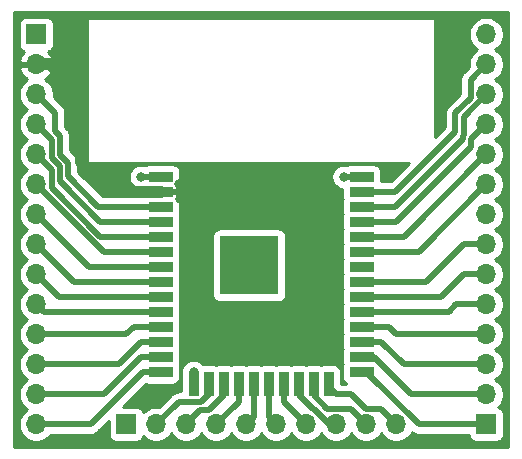
<source format=gbr>
G04 #@! TF.GenerationSoftware,KiCad,Pcbnew,5.1.5-52549c5~84~ubuntu18.04.1*
G04 #@! TF.CreationDate,2020-03-18T13:42:57+01:00*
G04 #@! TF.ProjectId,esp32_breakout,65737033-325f-4627-9265-616b6f75742e,rev?*
G04 #@! TF.SameCoordinates,Original*
G04 #@! TF.FileFunction,Copper,L1,Top*
G04 #@! TF.FilePolarity,Positive*
%FSLAX46Y46*%
G04 Gerber Fmt 4.6, Leading zero omitted, Abs format (unit mm)*
G04 Created by KiCad (PCBNEW 5.1.5-52549c5~84~ubuntu18.04.1) date 2020-03-18 13:42:57*
%MOMM*%
%LPD*%
G04 APERTURE LIST*
%ADD10O,1.700000X1.700000*%
%ADD11R,1.700000X1.700000*%
%ADD12R,2.000000X0.900000*%
%ADD13R,0.900000X2.000000*%
%ADD14R,5.000000X5.000000*%
%ADD15C,0.800000*%
%ADD16C,3.200000*%
%ADD17C,0.500000*%
%ADD18C,1.000000*%
%ADD19C,0.254000*%
G04 APERTURE END LIST*
D10*
X88900000Y-99060000D03*
X86360000Y-99060000D03*
X83820000Y-99060000D03*
X81280000Y-99060000D03*
X78740000Y-99060000D03*
X76200000Y-99060000D03*
X73660000Y-99060000D03*
X71120000Y-99060000D03*
X68580000Y-99060000D03*
D11*
X66040000Y-99060000D03*
D10*
X96520000Y-66040000D03*
X96520000Y-68580000D03*
X96520000Y-71120000D03*
X96520000Y-73660000D03*
X96520000Y-76200000D03*
X96520000Y-78740000D03*
X96520000Y-81280000D03*
X96520000Y-83820000D03*
X96520000Y-86360000D03*
X96520000Y-88900000D03*
X96520000Y-91440000D03*
X96520000Y-93980000D03*
X96520000Y-96520000D03*
D11*
X96520000Y-99060000D03*
D10*
X58420000Y-99060000D03*
X58420000Y-96520000D03*
X58420000Y-93980000D03*
X58420000Y-91440000D03*
X58420000Y-88900000D03*
X58420000Y-86360000D03*
X58420000Y-83820000D03*
X58420000Y-81280000D03*
X58420000Y-78740000D03*
X58420000Y-76200000D03*
X58420000Y-73660000D03*
X58420000Y-71120000D03*
X58420000Y-68580000D03*
D11*
X58420000Y-66040000D03*
D12*
X85970000Y-78105000D03*
X85970000Y-79375000D03*
X85970000Y-80645000D03*
X85970000Y-81915000D03*
X85970000Y-83185000D03*
X85970000Y-84455000D03*
X85970000Y-85725000D03*
X85970000Y-86995000D03*
X85970000Y-88265000D03*
X85970000Y-89535000D03*
X85970000Y-90805000D03*
X85970000Y-92075000D03*
X85970000Y-93345000D03*
X85970000Y-94615000D03*
D13*
X83185000Y-95615000D03*
X81915000Y-95615000D03*
X80645000Y-95615000D03*
X79375000Y-95615000D03*
X78105000Y-95615000D03*
X76835000Y-95615000D03*
X75565000Y-95615000D03*
X74295000Y-95615000D03*
X73025000Y-95615000D03*
X71755000Y-95615000D03*
D12*
X68970000Y-94615000D03*
X68970000Y-93345000D03*
X68970000Y-92075000D03*
X68970000Y-90805000D03*
X68970000Y-89535000D03*
X68970000Y-88265000D03*
X68970000Y-86995000D03*
X68970000Y-85725000D03*
X68970000Y-84455000D03*
X68970000Y-83185000D03*
X68970000Y-81915000D03*
X68970000Y-80645000D03*
X68970000Y-79375000D03*
X68970000Y-78105000D03*
D14*
X76470000Y-85605000D03*
D15*
X84455000Y-78105000D03*
X71755000Y-94615000D03*
X67310000Y-78105000D03*
D16*
X76454000Y-85598000D03*
D15*
X71120000Y-78105000D03*
X71120000Y-80645000D03*
X70485000Y-78740000D03*
X70570002Y-80010000D03*
D17*
X85970000Y-78105000D02*
X84455000Y-78105000D01*
X71755000Y-95615000D02*
X71755000Y-94615000D01*
X68970000Y-78105000D02*
X67310000Y-78105000D01*
X70485000Y-80010000D02*
X71120000Y-80645000D01*
X68970000Y-79375000D02*
X70485000Y-79375000D01*
X70485000Y-78740000D02*
X70485000Y-79375000D01*
X70485000Y-79375000D02*
X70485000Y-80010000D01*
D18*
X62230000Y-76835000D02*
X64770000Y-79375000D01*
X62230000Y-71187919D02*
X62230000Y-76835000D01*
X64770000Y-79375000D02*
X68970000Y-79375000D01*
X58420000Y-68580000D02*
X59622081Y-68580000D01*
X59622081Y-68580000D02*
X62230000Y-71187919D01*
D17*
X67470000Y-94615000D02*
X63025000Y-99060000D01*
X68970000Y-94615000D02*
X67470000Y-94615000D01*
X63025000Y-99060000D02*
X58420000Y-99060000D01*
X68970000Y-93345000D02*
X67310000Y-93345000D01*
X64135000Y-96520000D02*
X58420000Y-96520000D01*
X67310000Y-93345000D02*
X64135000Y-96520000D01*
X68970000Y-92075000D02*
X67310000Y-92075000D01*
X65405000Y-93980000D02*
X58420000Y-93980000D01*
X67310000Y-92075000D02*
X65405000Y-93980000D01*
X68970000Y-90805000D02*
X66675000Y-90805000D01*
X66040000Y-91440000D02*
X58420000Y-91440000D01*
X66675000Y-90805000D02*
X66040000Y-91440000D01*
X59055000Y-89535000D02*
X58420000Y-88900000D01*
X68970000Y-89535000D02*
X59055000Y-89535000D01*
X60325000Y-88265000D02*
X58420000Y-86360000D01*
X68970000Y-88265000D02*
X60325000Y-88265000D01*
X61595000Y-86995000D02*
X58420000Y-83820000D01*
X68970000Y-86995000D02*
X61595000Y-86995000D01*
X62865000Y-85725000D02*
X58420000Y-81280000D01*
X68970000Y-85725000D02*
X62865000Y-85725000D01*
X64135000Y-84455000D02*
X58420000Y-78740000D01*
X68970000Y-84455000D02*
X64135000Y-84455000D01*
X59720001Y-77500001D02*
X59269999Y-77049999D01*
X59720001Y-79050039D02*
X59720001Y-77500001D01*
X59269999Y-77049999D02*
X58420000Y-76200000D01*
X63854962Y-83185000D02*
X59720001Y-79050039D01*
X68970000Y-83185000D02*
X63854962Y-83185000D01*
X59720001Y-74960001D02*
X58420000Y-73660000D01*
X59720001Y-76510038D02*
X59720001Y-74960001D01*
X60420011Y-78480049D02*
X60420011Y-77210048D01*
X68970000Y-81915000D02*
X63854962Y-81915000D01*
X60420011Y-77210048D02*
X59720001Y-76510038D01*
X63854962Y-81915000D02*
X60420011Y-78480049D01*
X68970000Y-80645000D02*
X63697483Y-80645000D01*
X63697483Y-80645000D02*
X61120021Y-78067538D01*
X61120021Y-76920095D02*
X60420011Y-76220085D01*
X61120021Y-78067538D02*
X61120021Y-76920095D01*
X60420011Y-74670048D02*
X60009954Y-74259991D01*
X60420011Y-76220085D02*
X60420011Y-74670048D01*
X60009954Y-72709954D02*
X58420000Y-71120000D01*
X60009954Y-74259991D02*
X60009954Y-72709954D01*
X95219999Y-71430038D02*
X95219999Y-69880001D01*
X93914990Y-72735047D02*
X95219999Y-71430038D01*
X93914990Y-74285084D02*
X93914990Y-72735047D01*
X85970000Y-79375000D02*
X88825074Y-79375000D01*
X95219999Y-69880001D02*
X96520000Y-68580000D01*
X88825074Y-79375000D02*
X93914990Y-74285084D01*
X85970000Y-80645000D02*
X88834990Y-80645000D01*
X88834990Y-80645000D02*
X94549990Y-74930000D01*
X94549990Y-74640047D02*
X94615000Y-74575037D01*
X94549990Y-74930000D02*
X94549990Y-74640047D01*
X94615000Y-73025000D02*
X96520000Y-71120000D01*
X94615000Y-74575037D02*
X94615000Y-73025000D01*
X85970000Y-81915000D02*
X88900000Y-81915000D01*
X88900000Y-81915000D02*
X95250000Y-75565000D01*
X95250000Y-74930000D02*
X96520000Y-73660000D01*
X95250000Y-75565000D02*
X95250000Y-74930000D01*
X89535000Y-83185000D02*
X96520000Y-76200000D01*
X85970000Y-83185000D02*
X89535000Y-83185000D01*
X90805000Y-84455000D02*
X96520000Y-78740000D01*
X85970000Y-84455000D02*
X90805000Y-84455000D01*
X85970000Y-86995000D02*
X91440000Y-86995000D01*
X94615000Y-83820000D02*
X96520000Y-83820000D01*
X91440000Y-86995000D02*
X94615000Y-83820000D01*
X85970000Y-88265000D02*
X92710000Y-88265000D01*
X94615000Y-86360000D02*
X96520000Y-86360000D01*
X92710000Y-88265000D02*
X94615000Y-86360000D01*
X85970000Y-89535000D02*
X93345000Y-89535000D01*
X93980000Y-88900000D02*
X96520000Y-88900000D01*
X93345000Y-89535000D02*
X93980000Y-88900000D01*
X85970000Y-90805000D02*
X88265000Y-90805000D01*
X88900000Y-91440000D02*
X96520000Y-91440000D01*
X88265000Y-90805000D02*
X88900000Y-91440000D01*
X89535000Y-93980000D02*
X96520000Y-93980000D01*
X85970000Y-92075000D02*
X87630000Y-92075000D01*
X87630000Y-92075000D02*
X89535000Y-93980000D01*
X90170000Y-96520000D02*
X96520000Y-96520000D01*
X85970000Y-93345000D02*
X86995000Y-93345000D01*
X86995000Y-93345000D02*
X90170000Y-96520000D01*
X90805000Y-99060000D02*
X96520000Y-99060000D01*
X85970000Y-94615000D02*
X86360000Y-94615000D01*
X86360000Y-94615000D02*
X90805000Y-99060000D01*
X83185000Y-95615000D02*
X83185000Y-95885000D01*
X83185000Y-95885000D02*
X83820000Y-96520000D01*
X83820000Y-96520000D02*
X85090000Y-96520000D01*
X86329999Y-97759999D02*
X87599999Y-97759999D01*
X85090000Y-96520000D02*
X86329999Y-97759999D01*
X87599999Y-97759999D02*
X88900000Y-99060000D01*
X83069997Y-97759999D02*
X85059999Y-97759999D01*
X81915000Y-96605002D02*
X83069997Y-97759999D01*
X85510001Y-98210001D02*
X86360000Y-99060000D01*
X85059999Y-97759999D02*
X85510001Y-98210001D01*
X81915000Y-95615000D02*
X81915000Y-96605002D01*
X83185000Y-99060000D02*
X83820000Y-99060000D01*
X81915000Y-97790000D02*
X83185000Y-99060000D01*
X81829998Y-97790000D02*
X81915000Y-97790000D01*
X80645000Y-95615000D02*
X80645000Y-96605002D01*
X80645000Y-96605002D02*
X81829998Y-97790000D01*
X79375000Y-97155000D02*
X81280000Y-99060000D01*
X79375000Y-95615000D02*
X79375000Y-97155000D01*
X78105000Y-98425000D02*
X78105000Y-95615000D01*
X78740000Y-99060000D02*
X78105000Y-98425000D01*
X76835000Y-98425000D02*
X76835000Y-95615000D01*
X76200000Y-99060000D02*
X76835000Y-98425000D01*
X75565000Y-97155000D02*
X75565000Y-95615000D01*
X73660000Y-99060000D02*
X75565000Y-97155000D01*
X74295000Y-96605002D02*
X74295000Y-95615000D01*
X73044992Y-97855010D02*
X74295000Y-96605002D01*
X72324990Y-97855010D02*
X73044992Y-97855010D01*
X71120000Y-99060000D02*
X72324990Y-97855010D01*
X73025000Y-95615000D02*
X73025000Y-96520000D01*
X73025000Y-96520000D02*
X72390000Y-97155000D01*
X72390000Y-97155000D02*
X70485000Y-97155000D01*
X70485000Y-97155000D02*
X68580000Y-99060000D01*
D19*
G36*
X98400001Y-100940000D02*
G01*
X56540000Y-100940000D01*
X56540000Y-70973740D01*
X56935000Y-70973740D01*
X56935000Y-71266260D01*
X56992068Y-71553158D01*
X57104010Y-71823411D01*
X57266525Y-72066632D01*
X57473368Y-72273475D01*
X57647760Y-72390000D01*
X57473368Y-72506525D01*
X57266525Y-72713368D01*
X57104010Y-72956589D01*
X56992068Y-73226842D01*
X56935000Y-73513740D01*
X56935000Y-73806260D01*
X56992068Y-74093158D01*
X57104010Y-74363411D01*
X57266525Y-74606632D01*
X57473368Y-74813475D01*
X57647760Y-74930000D01*
X57473368Y-75046525D01*
X57266525Y-75253368D01*
X57104010Y-75496589D01*
X56992068Y-75766842D01*
X56935000Y-76053740D01*
X56935000Y-76346260D01*
X56992068Y-76633158D01*
X57104010Y-76903411D01*
X57266525Y-77146632D01*
X57473368Y-77353475D01*
X57647760Y-77470000D01*
X57473368Y-77586525D01*
X57266525Y-77793368D01*
X57104010Y-78036589D01*
X56992068Y-78306842D01*
X56935000Y-78593740D01*
X56935000Y-78886260D01*
X56992068Y-79173158D01*
X57104010Y-79443411D01*
X57266525Y-79686632D01*
X57473368Y-79893475D01*
X57647760Y-80010000D01*
X57473368Y-80126525D01*
X57266525Y-80333368D01*
X57104010Y-80576589D01*
X56992068Y-80846842D01*
X56935000Y-81133740D01*
X56935000Y-81426260D01*
X56992068Y-81713158D01*
X57104010Y-81983411D01*
X57266525Y-82226632D01*
X57473368Y-82433475D01*
X57647760Y-82550000D01*
X57473368Y-82666525D01*
X57266525Y-82873368D01*
X57104010Y-83116589D01*
X56992068Y-83386842D01*
X56935000Y-83673740D01*
X56935000Y-83966260D01*
X56992068Y-84253158D01*
X57104010Y-84523411D01*
X57266525Y-84766632D01*
X57473368Y-84973475D01*
X57647760Y-85090000D01*
X57473368Y-85206525D01*
X57266525Y-85413368D01*
X57104010Y-85656589D01*
X56992068Y-85926842D01*
X56935000Y-86213740D01*
X56935000Y-86506260D01*
X56992068Y-86793158D01*
X57104010Y-87063411D01*
X57266525Y-87306632D01*
X57473368Y-87513475D01*
X57647760Y-87630000D01*
X57473368Y-87746525D01*
X57266525Y-87953368D01*
X57104010Y-88196589D01*
X56992068Y-88466842D01*
X56935000Y-88753740D01*
X56935000Y-89046260D01*
X56992068Y-89333158D01*
X57104010Y-89603411D01*
X57266525Y-89846632D01*
X57473368Y-90053475D01*
X57647760Y-90170000D01*
X57473368Y-90286525D01*
X57266525Y-90493368D01*
X57104010Y-90736589D01*
X56992068Y-91006842D01*
X56935000Y-91293740D01*
X56935000Y-91586260D01*
X56992068Y-91873158D01*
X57104010Y-92143411D01*
X57266525Y-92386632D01*
X57473368Y-92593475D01*
X57647760Y-92710000D01*
X57473368Y-92826525D01*
X57266525Y-93033368D01*
X57104010Y-93276589D01*
X56992068Y-93546842D01*
X56935000Y-93833740D01*
X56935000Y-94126260D01*
X56992068Y-94413158D01*
X57104010Y-94683411D01*
X57266525Y-94926632D01*
X57473368Y-95133475D01*
X57647760Y-95250000D01*
X57473368Y-95366525D01*
X57266525Y-95573368D01*
X57104010Y-95816589D01*
X56992068Y-96086842D01*
X56935000Y-96373740D01*
X56935000Y-96666260D01*
X56992068Y-96953158D01*
X57104010Y-97223411D01*
X57266525Y-97466632D01*
X57473368Y-97673475D01*
X57647760Y-97790000D01*
X57473368Y-97906525D01*
X57266525Y-98113368D01*
X57104010Y-98356589D01*
X56992068Y-98626842D01*
X56935000Y-98913740D01*
X56935000Y-99206260D01*
X56992068Y-99493158D01*
X57104010Y-99763411D01*
X57266525Y-100006632D01*
X57473368Y-100213475D01*
X57716589Y-100375990D01*
X57986842Y-100487932D01*
X58273740Y-100545000D01*
X58566260Y-100545000D01*
X58853158Y-100487932D01*
X59123411Y-100375990D01*
X59366632Y-100213475D01*
X59573475Y-100006632D01*
X59614656Y-99945000D01*
X62981531Y-99945000D01*
X63025000Y-99949281D01*
X63068469Y-99945000D01*
X63068477Y-99945000D01*
X63198490Y-99932195D01*
X63365313Y-99881589D01*
X63519059Y-99799411D01*
X63653817Y-99688817D01*
X63681534Y-99655044D01*
X64551928Y-98784650D01*
X64551928Y-99910000D01*
X64564188Y-100034482D01*
X64600498Y-100154180D01*
X64659463Y-100264494D01*
X64738815Y-100361185D01*
X64835506Y-100440537D01*
X64945820Y-100499502D01*
X65065518Y-100535812D01*
X65190000Y-100548072D01*
X66890000Y-100548072D01*
X67014482Y-100535812D01*
X67134180Y-100499502D01*
X67244494Y-100440537D01*
X67341185Y-100361185D01*
X67420537Y-100264494D01*
X67479502Y-100154180D01*
X67501513Y-100081620D01*
X67633368Y-100213475D01*
X67876589Y-100375990D01*
X68146842Y-100487932D01*
X68433740Y-100545000D01*
X68726260Y-100545000D01*
X69013158Y-100487932D01*
X69283411Y-100375990D01*
X69526632Y-100213475D01*
X69733475Y-100006632D01*
X69850000Y-99832240D01*
X69966525Y-100006632D01*
X70173368Y-100213475D01*
X70416589Y-100375990D01*
X70686842Y-100487932D01*
X70973740Y-100545000D01*
X71266260Y-100545000D01*
X71553158Y-100487932D01*
X71823411Y-100375990D01*
X72066632Y-100213475D01*
X72273475Y-100006632D01*
X72390000Y-99832240D01*
X72506525Y-100006632D01*
X72713368Y-100213475D01*
X72956589Y-100375990D01*
X73226842Y-100487932D01*
X73513740Y-100545000D01*
X73806260Y-100545000D01*
X74093158Y-100487932D01*
X74363411Y-100375990D01*
X74606632Y-100213475D01*
X74813475Y-100006632D01*
X74930000Y-99832240D01*
X75046525Y-100006632D01*
X75253368Y-100213475D01*
X75496589Y-100375990D01*
X75766842Y-100487932D01*
X76053740Y-100545000D01*
X76346260Y-100545000D01*
X76633158Y-100487932D01*
X76903411Y-100375990D01*
X77146632Y-100213475D01*
X77353475Y-100006632D01*
X77470000Y-99832240D01*
X77586525Y-100006632D01*
X77793368Y-100213475D01*
X78036589Y-100375990D01*
X78306842Y-100487932D01*
X78593740Y-100545000D01*
X78886260Y-100545000D01*
X79173158Y-100487932D01*
X79443411Y-100375990D01*
X79686632Y-100213475D01*
X79893475Y-100006632D01*
X80010000Y-99832240D01*
X80126525Y-100006632D01*
X80333368Y-100213475D01*
X80576589Y-100375990D01*
X80846842Y-100487932D01*
X81133740Y-100545000D01*
X81426260Y-100545000D01*
X81713158Y-100487932D01*
X81983411Y-100375990D01*
X82226632Y-100213475D01*
X82433475Y-100006632D01*
X82550000Y-99832240D01*
X82666525Y-100006632D01*
X82873368Y-100213475D01*
X83116589Y-100375990D01*
X83386842Y-100487932D01*
X83673740Y-100545000D01*
X83966260Y-100545000D01*
X84253158Y-100487932D01*
X84523411Y-100375990D01*
X84766632Y-100213475D01*
X84973475Y-100006632D01*
X85090000Y-99832240D01*
X85206525Y-100006632D01*
X85413368Y-100213475D01*
X85656589Y-100375990D01*
X85926842Y-100487932D01*
X86213740Y-100545000D01*
X86506260Y-100545000D01*
X86793158Y-100487932D01*
X87063411Y-100375990D01*
X87306632Y-100213475D01*
X87513475Y-100006632D01*
X87630000Y-99832240D01*
X87746525Y-100006632D01*
X87953368Y-100213475D01*
X88196589Y-100375990D01*
X88466842Y-100487932D01*
X88753740Y-100545000D01*
X89046260Y-100545000D01*
X89333158Y-100487932D01*
X89603411Y-100375990D01*
X89846632Y-100213475D01*
X90053475Y-100006632D01*
X90215990Y-99763411D01*
X90228950Y-99732123D01*
X90267075Y-99763411D01*
X90310941Y-99799411D01*
X90464687Y-99881589D01*
X90631510Y-99932195D01*
X90761523Y-99945000D01*
X90761533Y-99945000D01*
X90804999Y-99949281D01*
X90848465Y-99945000D01*
X95035375Y-99945000D01*
X95044188Y-100034482D01*
X95080498Y-100154180D01*
X95139463Y-100264494D01*
X95218815Y-100361185D01*
X95315506Y-100440537D01*
X95425820Y-100499502D01*
X95545518Y-100535812D01*
X95670000Y-100548072D01*
X97370000Y-100548072D01*
X97494482Y-100535812D01*
X97614180Y-100499502D01*
X97724494Y-100440537D01*
X97821185Y-100361185D01*
X97900537Y-100264494D01*
X97959502Y-100154180D01*
X97995812Y-100034482D01*
X98008072Y-99910000D01*
X98008072Y-98210000D01*
X97995812Y-98085518D01*
X97959502Y-97965820D01*
X97900537Y-97855506D01*
X97821185Y-97758815D01*
X97724494Y-97679463D01*
X97614180Y-97620498D01*
X97541620Y-97598487D01*
X97673475Y-97466632D01*
X97835990Y-97223411D01*
X97947932Y-96953158D01*
X98005000Y-96666260D01*
X98005000Y-96373740D01*
X97947932Y-96086842D01*
X97835990Y-95816589D01*
X97673475Y-95573368D01*
X97466632Y-95366525D01*
X97292240Y-95250000D01*
X97466632Y-95133475D01*
X97673475Y-94926632D01*
X97835990Y-94683411D01*
X97947932Y-94413158D01*
X98005000Y-94126260D01*
X98005000Y-93833740D01*
X97947932Y-93546842D01*
X97835990Y-93276589D01*
X97673475Y-93033368D01*
X97466632Y-92826525D01*
X97292240Y-92710000D01*
X97466632Y-92593475D01*
X97673475Y-92386632D01*
X97835990Y-92143411D01*
X97947932Y-91873158D01*
X98005000Y-91586260D01*
X98005000Y-91293740D01*
X97947932Y-91006842D01*
X97835990Y-90736589D01*
X97673475Y-90493368D01*
X97466632Y-90286525D01*
X97292240Y-90170000D01*
X97466632Y-90053475D01*
X97673475Y-89846632D01*
X97835990Y-89603411D01*
X97947932Y-89333158D01*
X98005000Y-89046260D01*
X98005000Y-88753740D01*
X97947932Y-88466842D01*
X97835990Y-88196589D01*
X97673475Y-87953368D01*
X97466632Y-87746525D01*
X97292240Y-87630000D01*
X97466632Y-87513475D01*
X97673475Y-87306632D01*
X97835990Y-87063411D01*
X97947932Y-86793158D01*
X98005000Y-86506260D01*
X98005000Y-86213740D01*
X97947932Y-85926842D01*
X97835990Y-85656589D01*
X97673475Y-85413368D01*
X97466632Y-85206525D01*
X97292240Y-85090000D01*
X97466632Y-84973475D01*
X97673475Y-84766632D01*
X97835990Y-84523411D01*
X97947932Y-84253158D01*
X98005000Y-83966260D01*
X98005000Y-83673740D01*
X97947932Y-83386842D01*
X97835990Y-83116589D01*
X97673475Y-82873368D01*
X97466632Y-82666525D01*
X97292240Y-82550000D01*
X97466632Y-82433475D01*
X97673475Y-82226632D01*
X97835990Y-81983411D01*
X97947932Y-81713158D01*
X98005000Y-81426260D01*
X98005000Y-81133740D01*
X97947932Y-80846842D01*
X97835990Y-80576589D01*
X97673475Y-80333368D01*
X97466632Y-80126525D01*
X97292240Y-80010000D01*
X97466632Y-79893475D01*
X97673475Y-79686632D01*
X97835990Y-79443411D01*
X97947932Y-79173158D01*
X98005000Y-78886260D01*
X98005000Y-78593740D01*
X97947932Y-78306842D01*
X97835990Y-78036589D01*
X97673475Y-77793368D01*
X97466632Y-77586525D01*
X97292240Y-77470000D01*
X97466632Y-77353475D01*
X97673475Y-77146632D01*
X97835990Y-76903411D01*
X97947932Y-76633158D01*
X98005000Y-76346260D01*
X98005000Y-76053740D01*
X97947932Y-75766842D01*
X97835990Y-75496589D01*
X97673475Y-75253368D01*
X97466632Y-75046525D01*
X97292240Y-74930000D01*
X97466632Y-74813475D01*
X97673475Y-74606632D01*
X97835990Y-74363411D01*
X97947932Y-74093158D01*
X98005000Y-73806260D01*
X98005000Y-73513740D01*
X97947932Y-73226842D01*
X97835990Y-72956589D01*
X97673475Y-72713368D01*
X97466632Y-72506525D01*
X97292240Y-72390000D01*
X97466632Y-72273475D01*
X97673475Y-72066632D01*
X97835990Y-71823411D01*
X97947932Y-71553158D01*
X98005000Y-71266260D01*
X98005000Y-70973740D01*
X97947932Y-70686842D01*
X97835990Y-70416589D01*
X97673475Y-70173368D01*
X97466632Y-69966525D01*
X97292240Y-69850000D01*
X97466632Y-69733475D01*
X97673475Y-69526632D01*
X97835990Y-69283411D01*
X97947932Y-69013158D01*
X98005000Y-68726260D01*
X98005000Y-68433740D01*
X97947932Y-68146842D01*
X97835990Y-67876589D01*
X97673475Y-67633368D01*
X97466632Y-67426525D01*
X97292240Y-67310000D01*
X97466632Y-67193475D01*
X97673475Y-66986632D01*
X97835990Y-66743411D01*
X97947932Y-66473158D01*
X98005000Y-66186260D01*
X98005000Y-65893740D01*
X97947932Y-65606842D01*
X97835990Y-65336589D01*
X97673475Y-65093368D01*
X97466632Y-64886525D01*
X97223411Y-64724010D01*
X96953158Y-64612068D01*
X96666260Y-64555000D01*
X96373740Y-64555000D01*
X96086842Y-64612068D01*
X95816589Y-64724010D01*
X95573368Y-64886525D01*
X95366525Y-65093368D01*
X95204010Y-65336589D01*
X95092068Y-65606842D01*
X95035000Y-65893740D01*
X95035000Y-66186260D01*
X95092068Y-66473158D01*
X95204010Y-66743411D01*
X95366525Y-66986632D01*
X95573368Y-67193475D01*
X95747760Y-67310000D01*
X95573368Y-67426525D01*
X95366525Y-67633368D01*
X95204010Y-67876589D01*
X95092068Y-68146842D01*
X95035000Y-68433740D01*
X95035000Y-68726260D01*
X95049461Y-68798961D01*
X94624950Y-69223472D01*
X94591183Y-69251184D01*
X94563470Y-69284952D01*
X94563467Y-69284955D01*
X94480589Y-69385942D01*
X94398411Y-69539688D01*
X94347804Y-69706511D01*
X94330718Y-69880001D01*
X94335000Y-69923480D01*
X94334999Y-71063459D01*
X93319941Y-72078518D01*
X93286174Y-72106230D01*
X93258461Y-72139998D01*
X93258458Y-72140001D01*
X93175580Y-72240988D01*
X93093402Y-72394734D01*
X93042795Y-72561557D01*
X93025709Y-72735047D01*
X93029991Y-72778526D01*
X93029990Y-73918505D01*
X92202000Y-74746495D01*
X92202000Y-64770000D01*
X92199560Y-64745224D01*
X92192333Y-64721399D01*
X92180597Y-64699443D01*
X92164803Y-64680197D01*
X92145557Y-64664403D01*
X92123601Y-64652667D01*
X92099776Y-64645440D01*
X92075000Y-64643000D01*
X62865000Y-64643000D01*
X62840224Y-64645440D01*
X62816399Y-64652667D01*
X62794443Y-64664403D01*
X62775197Y-64680197D01*
X62759403Y-64699443D01*
X62747667Y-64721399D01*
X62740440Y-64745224D01*
X62738000Y-64770000D01*
X62738000Y-76835000D01*
X62740440Y-76859776D01*
X62747667Y-76883601D01*
X62759403Y-76905557D01*
X62775197Y-76924803D01*
X62794443Y-76940597D01*
X62816399Y-76952333D01*
X62840224Y-76959560D01*
X62865000Y-76962000D01*
X89986496Y-76962000D01*
X88458496Y-78490000D01*
X87608072Y-78490000D01*
X87608072Y-77655000D01*
X87595812Y-77530518D01*
X87559502Y-77410820D01*
X87500537Y-77300506D01*
X87421185Y-77203815D01*
X87324494Y-77124463D01*
X87214180Y-77065498D01*
X87094482Y-77029188D01*
X86970000Y-77016928D01*
X84970000Y-77016928D01*
X84845518Y-77029188D01*
X84725820Y-77065498D01*
X84673880Y-77093261D01*
X84556939Y-77070000D01*
X84353061Y-77070000D01*
X84153102Y-77109774D01*
X83964744Y-77187795D01*
X83795226Y-77301063D01*
X83651063Y-77445226D01*
X83537795Y-77614744D01*
X83459774Y-77803102D01*
X83420000Y-78003061D01*
X83420000Y-78206939D01*
X83459774Y-78406898D01*
X83537795Y-78595256D01*
X83651063Y-78764774D01*
X83795226Y-78908937D01*
X83964744Y-79022205D01*
X84153102Y-79100226D01*
X84331928Y-79135796D01*
X84331928Y-79825000D01*
X84344188Y-79949482D01*
X84362546Y-80010000D01*
X84344188Y-80070518D01*
X84331928Y-80195000D01*
X84331928Y-81095000D01*
X84344188Y-81219482D01*
X84362546Y-81280000D01*
X84344188Y-81340518D01*
X84331928Y-81465000D01*
X84331928Y-82365000D01*
X84344188Y-82489482D01*
X84362546Y-82550000D01*
X84344188Y-82610518D01*
X84331928Y-82735000D01*
X84331928Y-83635000D01*
X84344188Y-83759482D01*
X84362546Y-83820000D01*
X84344188Y-83880518D01*
X84331928Y-84005000D01*
X84331928Y-84905000D01*
X84344188Y-85029482D01*
X84362546Y-85090000D01*
X84344188Y-85150518D01*
X84331928Y-85275000D01*
X84331928Y-86175000D01*
X84344188Y-86299482D01*
X84362546Y-86360000D01*
X84344188Y-86420518D01*
X84331928Y-86545000D01*
X84331928Y-87445000D01*
X84344188Y-87569482D01*
X84362546Y-87630000D01*
X84344188Y-87690518D01*
X84331928Y-87815000D01*
X84331928Y-88715000D01*
X84344188Y-88839482D01*
X84362546Y-88900000D01*
X84344188Y-88960518D01*
X84331928Y-89085000D01*
X84331928Y-89985000D01*
X84344188Y-90109482D01*
X84362546Y-90170000D01*
X84344188Y-90230518D01*
X84331928Y-90355000D01*
X84331928Y-91255000D01*
X84344188Y-91379482D01*
X84362546Y-91440000D01*
X84344188Y-91500518D01*
X84331928Y-91625000D01*
X84331928Y-92525000D01*
X84344188Y-92649482D01*
X84362546Y-92710000D01*
X84344188Y-92770518D01*
X84331928Y-92895000D01*
X84331928Y-93795000D01*
X84344188Y-93919482D01*
X84362546Y-93980000D01*
X84344188Y-94040518D01*
X84331928Y-94165000D01*
X84331928Y-95065000D01*
X84344188Y-95189482D01*
X84380498Y-95309180D01*
X84439463Y-95419494D01*
X84518815Y-95516185D01*
X84615506Y-95595537D01*
X84689335Y-95635000D01*
X84273072Y-95635000D01*
X84273072Y-94615000D01*
X84260812Y-94490518D01*
X84224502Y-94370820D01*
X84165537Y-94260506D01*
X84086185Y-94163815D01*
X83989494Y-94084463D01*
X83879180Y-94025498D01*
X83759482Y-93989188D01*
X83635000Y-93976928D01*
X82735000Y-93976928D01*
X82610518Y-93989188D01*
X82550000Y-94007546D01*
X82489482Y-93989188D01*
X82365000Y-93976928D01*
X81465000Y-93976928D01*
X81340518Y-93989188D01*
X81280000Y-94007546D01*
X81219482Y-93989188D01*
X81095000Y-93976928D01*
X80195000Y-93976928D01*
X80070518Y-93989188D01*
X80010000Y-94007546D01*
X79949482Y-93989188D01*
X79825000Y-93976928D01*
X78925000Y-93976928D01*
X78800518Y-93989188D01*
X78740000Y-94007546D01*
X78679482Y-93989188D01*
X78555000Y-93976928D01*
X77655000Y-93976928D01*
X77530518Y-93989188D01*
X77470000Y-94007546D01*
X77409482Y-93989188D01*
X77285000Y-93976928D01*
X76385000Y-93976928D01*
X76260518Y-93989188D01*
X76200000Y-94007546D01*
X76139482Y-93989188D01*
X76015000Y-93976928D01*
X75115000Y-93976928D01*
X74990518Y-93989188D01*
X74930000Y-94007546D01*
X74869482Y-93989188D01*
X74745000Y-93976928D01*
X73845000Y-93976928D01*
X73720518Y-93989188D01*
X73660000Y-94007546D01*
X73599482Y-93989188D01*
X73475000Y-93976928D01*
X72575000Y-93976928D01*
X72573534Y-93977072D01*
X72558937Y-93955226D01*
X72414774Y-93811063D01*
X72245256Y-93697795D01*
X72056898Y-93619774D01*
X71856939Y-93580000D01*
X71653061Y-93580000D01*
X71453102Y-93619774D01*
X71264744Y-93697795D01*
X71095226Y-93811063D01*
X70951063Y-93955226D01*
X70837795Y-94124744D01*
X70788793Y-94243045D01*
X70774463Y-94260506D01*
X70715498Y-94370820D01*
X70679188Y-94490518D01*
X70666928Y-94615000D01*
X70666928Y-96270000D01*
X70528469Y-96270000D01*
X70485000Y-96265719D01*
X70441531Y-96270000D01*
X70441523Y-96270000D01*
X70311510Y-96282805D01*
X70144687Y-96333411D01*
X70069236Y-96373740D01*
X69990941Y-96415589D01*
X69889953Y-96498468D01*
X69889951Y-96498470D01*
X69856183Y-96526183D01*
X69828470Y-96559951D01*
X68798960Y-97589461D01*
X68726260Y-97575000D01*
X68433740Y-97575000D01*
X68146842Y-97632068D01*
X67876589Y-97744010D01*
X67633368Y-97906525D01*
X67501513Y-98038380D01*
X67479502Y-97965820D01*
X67420537Y-97855506D01*
X67341185Y-97758815D01*
X67244494Y-97679463D01*
X67134180Y-97620498D01*
X67014482Y-97584188D01*
X66890000Y-97571928D01*
X65764650Y-97571928D01*
X67697314Y-95639265D01*
X67725820Y-95654502D01*
X67845518Y-95690812D01*
X67970000Y-95703072D01*
X69970000Y-95703072D01*
X70094482Y-95690812D01*
X70214180Y-95654502D01*
X70324494Y-95595537D01*
X70421185Y-95516185D01*
X70500537Y-95419494D01*
X70559502Y-95309180D01*
X70595812Y-95189482D01*
X70608072Y-95065000D01*
X70608072Y-94165000D01*
X70595812Y-94040518D01*
X70577454Y-93980000D01*
X70595812Y-93919482D01*
X70608072Y-93795000D01*
X70608072Y-92895000D01*
X70595812Y-92770518D01*
X70577454Y-92710000D01*
X70595812Y-92649482D01*
X70608072Y-92525000D01*
X70608072Y-91625000D01*
X70595812Y-91500518D01*
X70577454Y-91440000D01*
X70595812Y-91379482D01*
X70608072Y-91255000D01*
X70608072Y-90355000D01*
X70595812Y-90230518D01*
X70577454Y-90170000D01*
X70595812Y-90109482D01*
X70608072Y-89985000D01*
X70608072Y-89085000D01*
X70595812Y-88960518D01*
X70577454Y-88900000D01*
X70595812Y-88839482D01*
X70608072Y-88715000D01*
X70608072Y-87815000D01*
X70595812Y-87690518D01*
X70577454Y-87630000D01*
X70595812Y-87569482D01*
X70608072Y-87445000D01*
X70608072Y-86545000D01*
X70595812Y-86420518D01*
X70577454Y-86360000D01*
X70595812Y-86299482D01*
X70608072Y-86175000D01*
X70608072Y-85275000D01*
X70595812Y-85150518D01*
X70577454Y-85090000D01*
X70595812Y-85029482D01*
X70608072Y-84905000D01*
X70608072Y-84005000D01*
X70595812Y-83880518D01*
X70577454Y-83820000D01*
X70595812Y-83759482D01*
X70608072Y-83635000D01*
X70608072Y-83105000D01*
X73331928Y-83105000D01*
X73331928Y-88105000D01*
X73344188Y-88229482D01*
X73380498Y-88349180D01*
X73439463Y-88459494D01*
X73518815Y-88556185D01*
X73615506Y-88635537D01*
X73725820Y-88694502D01*
X73845518Y-88730812D01*
X73970000Y-88743072D01*
X78970000Y-88743072D01*
X79094482Y-88730812D01*
X79214180Y-88694502D01*
X79324494Y-88635537D01*
X79421185Y-88556185D01*
X79500537Y-88459494D01*
X79559502Y-88349180D01*
X79595812Y-88229482D01*
X79608072Y-88105000D01*
X79608072Y-83105000D01*
X79595812Y-82980518D01*
X79559502Y-82860820D01*
X79500537Y-82750506D01*
X79421185Y-82653815D01*
X79324494Y-82574463D01*
X79214180Y-82515498D01*
X79094482Y-82479188D01*
X78970000Y-82466928D01*
X73970000Y-82466928D01*
X73845518Y-82479188D01*
X73725820Y-82515498D01*
X73615506Y-82574463D01*
X73518815Y-82653815D01*
X73439463Y-82750506D01*
X73380498Y-82860820D01*
X73344188Y-82980518D01*
X73331928Y-83105000D01*
X70608072Y-83105000D01*
X70608072Y-82735000D01*
X70595812Y-82610518D01*
X70577454Y-82550000D01*
X70595812Y-82489482D01*
X70608072Y-82365000D01*
X70608072Y-81465000D01*
X70595812Y-81340518D01*
X70577454Y-81280000D01*
X70595812Y-81219482D01*
X70608072Y-81095000D01*
X70608072Y-80195000D01*
X70595812Y-80070518D01*
X70577454Y-80010000D01*
X70595812Y-79949482D01*
X70608072Y-79825000D01*
X70605000Y-79660750D01*
X70446250Y-79502000D01*
X69097000Y-79502000D01*
X69097000Y-79522000D01*
X68843000Y-79522000D01*
X68843000Y-79502000D01*
X67493750Y-79502000D01*
X67335000Y-79660750D01*
X67333144Y-79760000D01*
X64064062Y-79760000D01*
X62307123Y-78003061D01*
X66275000Y-78003061D01*
X66275000Y-78206939D01*
X66314774Y-78406898D01*
X66392795Y-78595256D01*
X66506063Y-78764774D01*
X66650226Y-78908937D01*
X66819744Y-79022205D01*
X67008102Y-79100226D01*
X67208061Y-79140000D01*
X67385750Y-79140000D01*
X67493750Y-79248000D01*
X68843000Y-79248000D01*
X68843000Y-79228000D01*
X69097000Y-79228000D01*
X69097000Y-79248000D01*
X70446250Y-79248000D01*
X70605000Y-79089250D01*
X70608072Y-78925000D01*
X70595812Y-78800518D01*
X70577454Y-78740000D01*
X70595812Y-78679482D01*
X70608072Y-78555000D01*
X70608072Y-77655000D01*
X70595812Y-77530518D01*
X70559502Y-77410820D01*
X70500537Y-77300506D01*
X70421185Y-77203815D01*
X70324494Y-77124463D01*
X70214180Y-77065498D01*
X70094482Y-77029188D01*
X69970000Y-77016928D01*
X67970000Y-77016928D01*
X67845518Y-77029188D01*
X67725820Y-77065498D01*
X67629413Y-77117029D01*
X67611898Y-77109774D01*
X67411939Y-77070000D01*
X67208061Y-77070000D01*
X67008102Y-77109774D01*
X66819744Y-77187795D01*
X66650226Y-77301063D01*
X66506063Y-77445226D01*
X66392795Y-77614744D01*
X66314774Y-77803102D01*
X66275000Y-78003061D01*
X62307123Y-78003061D01*
X62005021Y-77700960D01*
X62005021Y-76963564D01*
X62009302Y-76920095D01*
X62005021Y-76876626D01*
X62005021Y-76876618D01*
X61992216Y-76746605D01*
X61941610Y-76579782D01*
X61941610Y-76579781D01*
X61859432Y-76426036D01*
X61776553Y-76325048D01*
X61776551Y-76325046D01*
X61748838Y-76291278D01*
X61715070Y-76263565D01*
X61305011Y-75853507D01*
X61305011Y-74713513D01*
X61309292Y-74670047D01*
X61305011Y-74626581D01*
X61305011Y-74626571D01*
X61292206Y-74496558D01*
X61241600Y-74329735D01*
X61159422Y-74175989D01*
X61048828Y-74041231D01*
X61015055Y-74013514D01*
X60894954Y-73893413D01*
X60894954Y-72753423D01*
X60899235Y-72709954D01*
X60894954Y-72666485D01*
X60894954Y-72666477D01*
X60882149Y-72536464D01*
X60831543Y-72369641D01*
X60831543Y-72369640D01*
X60749365Y-72215895D01*
X60666486Y-72114907D01*
X60666484Y-72114905D01*
X60638771Y-72081137D01*
X60605003Y-72053424D01*
X59890539Y-71338960D01*
X59905000Y-71266260D01*
X59905000Y-70973740D01*
X59847932Y-70686842D01*
X59735990Y-70416589D01*
X59573475Y-70173368D01*
X59366632Y-69966525D01*
X59184466Y-69844805D01*
X59301355Y-69775178D01*
X59517588Y-69580269D01*
X59691641Y-69346920D01*
X59816825Y-69084099D01*
X59861476Y-68936890D01*
X59740155Y-68707000D01*
X58547000Y-68707000D01*
X58547000Y-68727000D01*
X58293000Y-68727000D01*
X58293000Y-68707000D01*
X57099845Y-68707000D01*
X56978524Y-68936890D01*
X57023175Y-69084099D01*
X57148359Y-69346920D01*
X57322412Y-69580269D01*
X57538645Y-69775178D01*
X57655534Y-69844805D01*
X57473368Y-69966525D01*
X57266525Y-70173368D01*
X57104010Y-70416589D01*
X56992068Y-70686842D01*
X56935000Y-70973740D01*
X56540000Y-70973740D01*
X56540000Y-65190000D01*
X56931928Y-65190000D01*
X56931928Y-66890000D01*
X56944188Y-67014482D01*
X56980498Y-67134180D01*
X57039463Y-67244494D01*
X57118815Y-67341185D01*
X57215506Y-67420537D01*
X57325820Y-67479502D01*
X57406466Y-67503966D01*
X57322412Y-67579731D01*
X57148359Y-67813080D01*
X57023175Y-68075901D01*
X56978524Y-68223110D01*
X57099845Y-68453000D01*
X58293000Y-68453000D01*
X58293000Y-68433000D01*
X58547000Y-68433000D01*
X58547000Y-68453000D01*
X59740155Y-68453000D01*
X59861476Y-68223110D01*
X59816825Y-68075901D01*
X59691641Y-67813080D01*
X59517588Y-67579731D01*
X59433534Y-67503966D01*
X59514180Y-67479502D01*
X59624494Y-67420537D01*
X59721185Y-67341185D01*
X59800537Y-67244494D01*
X59859502Y-67134180D01*
X59895812Y-67014482D01*
X59908072Y-66890000D01*
X59908072Y-65190000D01*
X59895812Y-65065518D01*
X59859502Y-64945820D01*
X59800537Y-64835506D01*
X59721185Y-64738815D01*
X59624494Y-64659463D01*
X59514180Y-64600498D01*
X59394482Y-64564188D01*
X59270000Y-64551928D01*
X57570000Y-64551928D01*
X57445518Y-64564188D01*
X57325820Y-64600498D01*
X57215506Y-64659463D01*
X57118815Y-64738815D01*
X57039463Y-64835506D01*
X56980498Y-64945820D01*
X56944188Y-65065518D01*
X56931928Y-65190000D01*
X56540000Y-65190000D01*
X56540000Y-64160000D01*
X98400000Y-64160000D01*
X98400001Y-100940000D01*
G37*
X98400001Y-100940000D02*
X56540000Y-100940000D01*
X56540000Y-70973740D01*
X56935000Y-70973740D01*
X56935000Y-71266260D01*
X56992068Y-71553158D01*
X57104010Y-71823411D01*
X57266525Y-72066632D01*
X57473368Y-72273475D01*
X57647760Y-72390000D01*
X57473368Y-72506525D01*
X57266525Y-72713368D01*
X57104010Y-72956589D01*
X56992068Y-73226842D01*
X56935000Y-73513740D01*
X56935000Y-73806260D01*
X56992068Y-74093158D01*
X57104010Y-74363411D01*
X57266525Y-74606632D01*
X57473368Y-74813475D01*
X57647760Y-74930000D01*
X57473368Y-75046525D01*
X57266525Y-75253368D01*
X57104010Y-75496589D01*
X56992068Y-75766842D01*
X56935000Y-76053740D01*
X56935000Y-76346260D01*
X56992068Y-76633158D01*
X57104010Y-76903411D01*
X57266525Y-77146632D01*
X57473368Y-77353475D01*
X57647760Y-77470000D01*
X57473368Y-77586525D01*
X57266525Y-77793368D01*
X57104010Y-78036589D01*
X56992068Y-78306842D01*
X56935000Y-78593740D01*
X56935000Y-78886260D01*
X56992068Y-79173158D01*
X57104010Y-79443411D01*
X57266525Y-79686632D01*
X57473368Y-79893475D01*
X57647760Y-80010000D01*
X57473368Y-80126525D01*
X57266525Y-80333368D01*
X57104010Y-80576589D01*
X56992068Y-80846842D01*
X56935000Y-81133740D01*
X56935000Y-81426260D01*
X56992068Y-81713158D01*
X57104010Y-81983411D01*
X57266525Y-82226632D01*
X57473368Y-82433475D01*
X57647760Y-82550000D01*
X57473368Y-82666525D01*
X57266525Y-82873368D01*
X57104010Y-83116589D01*
X56992068Y-83386842D01*
X56935000Y-83673740D01*
X56935000Y-83966260D01*
X56992068Y-84253158D01*
X57104010Y-84523411D01*
X57266525Y-84766632D01*
X57473368Y-84973475D01*
X57647760Y-85090000D01*
X57473368Y-85206525D01*
X57266525Y-85413368D01*
X57104010Y-85656589D01*
X56992068Y-85926842D01*
X56935000Y-86213740D01*
X56935000Y-86506260D01*
X56992068Y-86793158D01*
X57104010Y-87063411D01*
X57266525Y-87306632D01*
X57473368Y-87513475D01*
X57647760Y-87630000D01*
X57473368Y-87746525D01*
X57266525Y-87953368D01*
X57104010Y-88196589D01*
X56992068Y-88466842D01*
X56935000Y-88753740D01*
X56935000Y-89046260D01*
X56992068Y-89333158D01*
X57104010Y-89603411D01*
X57266525Y-89846632D01*
X57473368Y-90053475D01*
X57647760Y-90170000D01*
X57473368Y-90286525D01*
X57266525Y-90493368D01*
X57104010Y-90736589D01*
X56992068Y-91006842D01*
X56935000Y-91293740D01*
X56935000Y-91586260D01*
X56992068Y-91873158D01*
X57104010Y-92143411D01*
X57266525Y-92386632D01*
X57473368Y-92593475D01*
X57647760Y-92710000D01*
X57473368Y-92826525D01*
X57266525Y-93033368D01*
X57104010Y-93276589D01*
X56992068Y-93546842D01*
X56935000Y-93833740D01*
X56935000Y-94126260D01*
X56992068Y-94413158D01*
X57104010Y-94683411D01*
X57266525Y-94926632D01*
X57473368Y-95133475D01*
X57647760Y-95250000D01*
X57473368Y-95366525D01*
X57266525Y-95573368D01*
X57104010Y-95816589D01*
X56992068Y-96086842D01*
X56935000Y-96373740D01*
X56935000Y-96666260D01*
X56992068Y-96953158D01*
X57104010Y-97223411D01*
X57266525Y-97466632D01*
X57473368Y-97673475D01*
X57647760Y-97790000D01*
X57473368Y-97906525D01*
X57266525Y-98113368D01*
X57104010Y-98356589D01*
X56992068Y-98626842D01*
X56935000Y-98913740D01*
X56935000Y-99206260D01*
X56992068Y-99493158D01*
X57104010Y-99763411D01*
X57266525Y-100006632D01*
X57473368Y-100213475D01*
X57716589Y-100375990D01*
X57986842Y-100487932D01*
X58273740Y-100545000D01*
X58566260Y-100545000D01*
X58853158Y-100487932D01*
X59123411Y-100375990D01*
X59366632Y-100213475D01*
X59573475Y-100006632D01*
X59614656Y-99945000D01*
X62981531Y-99945000D01*
X63025000Y-99949281D01*
X63068469Y-99945000D01*
X63068477Y-99945000D01*
X63198490Y-99932195D01*
X63365313Y-99881589D01*
X63519059Y-99799411D01*
X63653817Y-99688817D01*
X63681534Y-99655044D01*
X64551928Y-98784650D01*
X64551928Y-99910000D01*
X64564188Y-100034482D01*
X64600498Y-100154180D01*
X64659463Y-100264494D01*
X64738815Y-100361185D01*
X64835506Y-100440537D01*
X64945820Y-100499502D01*
X65065518Y-100535812D01*
X65190000Y-100548072D01*
X66890000Y-100548072D01*
X67014482Y-100535812D01*
X67134180Y-100499502D01*
X67244494Y-100440537D01*
X67341185Y-100361185D01*
X67420537Y-100264494D01*
X67479502Y-100154180D01*
X67501513Y-100081620D01*
X67633368Y-100213475D01*
X67876589Y-100375990D01*
X68146842Y-100487932D01*
X68433740Y-100545000D01*
X68726260Y-100545000D01*
X69013158Y-100487932D01*
X69283411Y-100375990D01*
X69526632Y-100213475D01*
X69733475Y-100006632D01*
X69850000Y-99832240D01*
X69966525Y-100006632D01*
X70173368Y-100213475D01*
X70416589Y-100375990D01*
X70686842Y-100487932D01*
X70973740Y-100545000D01*
X71266260Y-100545000D01*
X71553158Y-100487932D01*
X71823411Y-100375990D01*
X72066632Y-100213475D01*
X72273475Y-100006632D01*
X72390000Y-99832240D01*
X72506525Y-100006632D01*
X72713368Y-100213475D01*
X72956589Y-100375990D01*
X73226842Y-100487932D01*
X73513740Y-100545000D01*
X73806260Y-100545000D01*
X74093158Y-100487932D01*
X74363411Y-100375990D01*
X74606632Y-100213475D01*
X74813475Y-100006632D01*
X74930000Y-99832240D01*
X75046525Y-100006632D01*
X75253368Y-100213475D01*
X75496589Y-100375990D01*
X75766842Y-100487932D01*
X76053740Y-100545000D01*
X76346260Y-100545000D01*
X76633158Y-100487932D01*
X76903411Y-100375990D01*
X77146632Y-100213475D01*
X77353475Y-100006632D01*
X77470000Y-99832240D01*
X77586525Y-100006632D01*
X77793368Y-100213475D01*
X78036589Y-100375990D01*
X78306842Y-100487932D01*
X78593740Y-100545000D01*
X78886260Y-100545000D01*
X79173158Y-100487932D01*
X79443411Y-100375990D01*
X79686632Y-100213475D01*
X79893475Y-100006632D01*
X80010000Y-99832240D01*
X80126525Y-100006632D01*
X80333368Y-100213475D01*
X80576589Y-100375990D01*
X80846842Y-100487932D01*
X81133740Y-100545000D01*
X81426260Y-100545000D01*
X81713158Y-100487932D01*
X81983411Y-100375990D01*
X82226632Y-100213475D01*
X82433475Y-100006632D01*
X82550000Y-99832240D01*
X82666525Y-100006632D01*
X82873368Y-100213475D01*
X83116589Y-100375990D01*
X83386842Y-100487932D01*
X83673740Y-100545000D01*
X83966260Y-100545000D01*
X84253158Y-100487932D01*
X84523411Y-100375990D01*
X84766632Y-100213475D01*
X84973475Y-100006632D01*
X85090000Y-99832240D01*
X85206525Y-100006632D01*
X85413368Y-100213475D01*
X85656589Y-100375990D01*
X85926842Y-100487932D01*
X86213740Y-100545000D01*
X86506260Y-100545000D01*
X86793158Y-100487932D01*
X87063411Y-100375990D01*
X87306632Y-100213475D01*
X87513475Y-100006632D01*
X87630000Y-99832240D01*
X87746525Y-100006632D01*
X87953368Y-100213475D01*
X88196589Y-100375990D01*
X88466842Y-100487932D01*
X88753740Y-100545000D01*
X89046260Y-100545000D01*
X89333158Y-100487932D01*
X89603411Y-100375990D01*
X89846632Y-100213475D01*
X90053475Y-100006632D01*
X90215990Y-99763411D01*
X90228950Y-99732123D01*
X90267075Y-99763411D01*
X90310941Y-99799411D01*
X90464687Y-99881589D01*
X90631510Y-99932195D01*
X90761523Y-99945000D01*
X90761533Y-99945000D01*
X90804999Y-99949281D01*
X90848465Y-99945000D01*
X95035375Y-99945000D01*
X95044188Y-100034482D01*
X95080498Y-100154180D01*
X95139463Y-100264494D01*
X95218815Y-100361185D01*
X95315506Y-100440537D01*
X95425820Y-100499502D01*
X95545518Y-100535812D01*
X95670000Y-100548072D01*
X97370000Y-100548072D01*
X97494482Y-100535812D01*
X97614180Y-100499502D01*
X97724494Y-100440537D01*
X97821185Y-100361185D01*
X97900537Y-100264494D01*
X97959502Y-100154180D01*
X97995812Y-100034482D01*
X98008072Y-99910000D01*
X98008072Y-98210000D01*
X97995812Y-98085518D01*
X97959502Y-97965820D01*
X97900537Y-97855506D01*
X97821185Y-97758815D01*
X97724494Y-97679463D01*
X97614180Y-97620498D01*
X97541620Y-97598487D01*
X97673475Y-97466632D01*
X97835990Y-97223411D01*
X97947932Y-96953158D01*
X98005000Y-96666260D01*
X98005000Y-96373740D01*
X97947932Y-96086842D01*
X97835990Y-95816589D01*
X97673475Y-95573368D01*
X97466632Y-95366525D01*
X97292240Y-95250000D01*
X97466632Y-95133475D01*
X97673475Y-94926632D01*
X97835990Y-94683411D01*
X97947932Y-94413158D01*
X98005000Y-94126260D01*
X98005000Y-93833740D01*
X97947932Y-93546842D01*
X97835990Y-93276589D01*
X97673475Y-93033368D01*
X97466632Y-92826525D01*
X97292240Y-92710000D01*
X97466632Y-92593475D01*
X97673475Y-92386632D01*
X97835990Y-92143411D01*
X97947932Y-91873158D01*
X98005000Y-91586260D01*
X98005000Y-91293740D01*
X97947932Y-91006842D01*
X97835990Y-90736589D01*
X97673475Y-90493368D01*
X97466632Y-90286525D01*
X97292240Y-90170000D01*
X97466632Y-90053475D01*
X97673475Y-89846632D01*
X97835990Y-89603411D01*
X97947932Y-89333158D01*
X98005000Y-89046260D01*
X98005000Y-88753740D01*
X97947932Y-88466842D01*
X97835990Y-88196589D01*
X97673475Y-87953368D01*
X97466632Y-87746525D01*
X97292240Y-87630000D01*
X97466632Y-87513475D01*
X97673475Y-87306632D01*
X97835990Y-87063411D01*
X97947932Y-86793158D01*
X98005000Y-86506260D01*
X98005000Y-86213740D01*
X97947932Y-85926842D01*
X97835990Y-85656589D01*
X97673475Y-85413368D01*
X97466632Y-85206525D01*
X97292240Y-85090000D01*
X97466632Y-84973475D01*
X97673475Y-84766632D01*
X97835990Y-84523411D01*
X97947932Y-84253158D01*
X98005000Y-83966260D01*
X98005000Y-83673740D01*
X97947932Y-83386842D01*
X97835990Y-83116589D01*
X97673475Y-82873368D01*
X97466632Y-82666525D01*
X97292240Y-82550000D01*
X97466632Y-82433475D01*
X97673475Y-82226632D01*
X97835990Y-81983411D01*
X97947932Y-81713158D01*
X98005000Y-81426260D01*
X98005000Y-81133740D01*
X97947932Y-80846842D01*
X97835990Y-80576589D01*
X97673475Y-80333368D01*
X97466632Y-80126525D01*
X97292240Y-80010000D01*
X97466632Y-79893475D01*
X97673475Y-79686632D01*
X97835990Y-79443411D01*
X97947932Y-79173158D01*
X98005000Y-78886260D01*
X98005000Y-78593740D01*
X97947932Y-78306842D01*
X97835990Y-78036589D01*
X97673475Y-77793368D01*
X97466632Y-77586525D01*
X97292240Y-77470000D01*
X97466632Y-77353475D01*
X97673475Y-77146632D01*
X97835990Y-76903411D01*
X97947932Y-76633158D01*
X98005000Y-76346260D01*
X98005000Y-76053740D01*
X97947932Y-75766842D01*
X97835990Y-75496589D01*
X97673475Y-75253368D01*
X97466632Y-75046525D01*
X97292240Y-74930000D01*
X97466632Y-74813475D01*
X97673475Y-74606632D01*
X97835990Y-74363411D01*
X97947932Y-74093158D01*
X98005000Y-73806260D01*
X98005000Y-73513740D01*
X97947932Y-73226842D01*
X97835990Y-72956589D01*
X97673475Y-72713368D01*
X97466632Y-72506525D01*
X97292240Y-72390000D01*
X97466632Y-72273475D01*
X97673475Y-72066632D01*
X97835990Y-71823411D01*
X97947932Y-71553158D01*
X98005000Y-71266260D01*
X98005000Y-70973740D01*
X97947932Y-70686842D01*
X97835990Y-70416589D01*
X97673475Y-70173368D01*
X97466632Y-69966525D01*
X97292240Y-69850000D01*
X97466632Y-69733475D01*
X97673475Y-69526632D01*
X97835990Y-69283411D01*
X97947932Y-69013158D01*
X98005000Y-68726260D01*
X98005000Y-68433740D01*
X97947932Y-68146842D01*
X97835990Y-67876589D01*
X97673475Y-67633368D01*
X97466632Y-67426525D01*
X97292240Y-67310000D01*
X97466632Y-67193475D01*
X97673475Y-66986632D01*
X97835990Y-66743411D01*
X97947932Y-66473158D01*
X98005000Y-66186260D01*
X98005000Y-65893740D01*
X97947932Y-65606842D01*
X97835990Y-65336589D01*
X97673475Y-65093368D01*
X97466632Y-64886525D01*
X97223411Y-64724010D01*
X96953158Y-64612068D01*
X96666260Y-64555000D01*
X96373740Y-64555000D01*
X96086842Y-64612068D01*
X95816589Y-64724010D01*
X95573368Y-64886525D01*
X95366525Y-65093368D01*
X95204010Y-65336589D01*
X95092068Y-65606842D01*
X95035000Y-65893740D01*
X95035000Y-66186260D01*
X95092068Y-66473158D01*
X95204010Y-66743411D01*
X95366525Y-66986632D01*
X95573368Y-67193475D01*
X95747760Y-67310000D01*
X95573368Y-67426525D01*
X95366525Y-67633368D01*
X95204010Y-67876589D01*
X95092068Y-68146842D01*
X95035000Y-68433740D01*
X95035000Y-68726260D01*
X95049461Y-68798961D01*
X94624950Y-69223472D01*
X94591183Y-69251184D01*
X94563470Y-69284952D01*
X94563467Y-69284955D01*
X94480589Y-69385942D01*
X94398411Y-69539688D01*
X94347804Y-69706511D01*
X94330718Y-69880001D01*
X94335000Y-69923480D01*
X94334999Y-71063459D01*
X93319941Y-72078518D01*
X93286174Y-72106230D01*
X93258461Y-72139998D01*
X93258458Y-72140001D01*
X93175580Y-72240988D01*
X93093402Y-72394734D01*
X93042795Y-72561557D01*
X93025709Y-72735047D01*
X93029991Y-72778526D01*
X93029990Y-73918505D01*
X92202000Y-74746495D01*
X92202000Y-64770000D01*
X92199560Y-64745224D01*
X92192333Y-64721399D01*
X92180597Y-64699443D01*
X92164803Y-64680197D01*
X92145557Y-64664403D01*
X92123601Y-64652667D01*
X92099776Y-64645440D01*
X92075000Y-64643000D01*
X62865000Y-64643000D01*
X62840224Y-64645440D01*
X62816399Y-64652667D01*
X62794443Y-64664403D01*
X62775197Y-64680197D01*
X62759403Y-64699443D01*
X62747667Y-64721399D01*
X62740440Y-64745224D01*
X62738000Y-64770000D01*
X62738000Y-76835000D01*
X62740440Y-76859776D01*
X62747667Y-76883601D01*
X62759403Y-76905557D01*
X62775197Y-76924803D01*
X62794443Y-76940597D01*
X62816399Y-76952333D01*
X62840224Y-76959560D01*
X62865000Y-76962000D01*
X89986496Y-76962000D01*
X88458496Y-78490000D01*
X87608072Y-78490000D01*
X87608072Y-77655000D01*
X87595812Y-77530518D01*
X87559502Y-77410820D01*
X87500537Y-77300506D01*
X87421185Y-77203815D01*
X87324494Y-77124463D01*
X87214180Y-77065498D01*
X87094482Y-77029188D01*
X86970000Y-77016928D01*
X84970000Y-77016928D01*
X84845518Y-77029188D01*
X84725820Y-77065498D01*
X84673880Y-77093261D01*
X84556939Y-77070000D01*
X84353061Y-77070000D01*
X84153102Y-77109774D01*
X83964744Y-77187795D01*
X83795226Y-77301063D01*
X83651063Y-77445226D01*
X83537795Y-77614744D01*
X83459774Y-77803102D01*
X83420000Y-78003061D01*
X83420000Y-78206939D01*
X83459774Y-78406898D01*
X83537795Y-78595256D01*
X83651063Y-78764774D01*
X83795226Y-78908937D01*
X83964744Y-79022205D01*
X84153102Y-79100226D01*
X84331928Y-79135796D01*
X84331928Y-79825000D01*
X84344188Y-79949482D01*
X84362546Y-80010000D01*
X84344188Y-80070518D01*
X84331928Y-80195000D01*
X84331928Y-81095000D01*
X84344188Y-81219482D01*
X84362546Y-81280000D01*
X84344188Y-81340518D01*
X84331928Y-81465000D01*
X84331928Y-82365000D01*
X84344188Y-82489482D01*
X84362546Y-82550000D01*
X84344188Y-82610518D01*
X84331928Y-82735000D01*
X84331928Y-83635000D01*
X84344188Y-83759482D01*
X84362546Y-83820000D01*
X84344188Y-83880518D01*
X84331928Y-84005000D01*
X84331928Y-84905000D01*
X84344188Y-85029482D01*
X84362546Y-85090000D01*
X84344188Y-85150518D01*
X84331928Y-85275000D01*
X84331928Y-86175000D01*
X84344188Y-86299482D01*
X84362546Y-86360000D01*
X84344188Y-86420518D01*
X84331928Y-86545000D01*
X84331928Y-87445000D01*
X84344188Y-87569482D01*
X84362546Y-87630000D01*
X84344188Y-87690518D01*
X84331928Y-87815000D01*
X84331928Y-88715000D01*
X84344188Y-88839482D01*
X84362546Y-88900000D01*
X84344188Y-88960518D01*
X84331928Y-89085000D01*
X84331928Y-89985000D01*
X84344188Y-90109482D01*
X84362546Y-90170000D01*
X84344188Y-90230518D01*
X84331928Y-90355000D01*
X84331928Y-91255000D01*
X84344188Y-91379482D01*
X84362546Y-91440000D01*
X84344188Y-91500518D01*
X84331928Y-91625000D01*
X84331928Y-92525000D01*
X84344188Y-92649482D01*
X84362546Y-92710000D01*
X84344188Y-92770518D01*
X84331928Y-92895000D01*
X84331928Y-93795000D01*
X84344188Y-93919482D01*
X84362546Y-93980000D01*
X84344188Y-94040518D01*
X84331928Y-94165000D01*
X84331928Y-95065000D01*
X84344188Y-95189482D01*
X84380498Y-95309180D01*
X84439463Y-95419494D01*
X84518815Y-95516185D01*
X84615506Y-95595537D01*
X84689335Y-95635000D01*
X84273072Y-95635000D01*
X84273072Y-94615000D01*
X84260812Y-94490518D01*
X84224502Y-94370820D01*
X84165537Y-94260506D01*
X84086185Y-94163815D01*
X83989494Y-94084463D01*
X83879180Y-94025498D01*
X83759482Y-93989188D01*
X83635000Y-93976928D01*
X82735000Y-93976928D01*
X82610518Y-93989188D01*
X82550000Y-94007546D01*
X82489482Y-93989188D01*
X82365000Y-93976928D01*
X81465000Y-93976928D01*
X81340518Y-93989188D01*
X81280000Y-94007546D01*
X81219482Y-93989188D01*
X81095000Y-93976928D01*
X80195000Y-93976928D01*
X80070518Y-93989188D01*
X80010000Y-94007546D01*
X79949482Y-93989188D01*
X79825000Y-93976928D01*
X78925000Y-93976928D01*
X78800518Y-93989188D01*
X78740000Y-94007546D01*
X78679482Y-93989188D01*
X78555000Y-93976928D01*
X77655000Y-93976928D01*
X77530518Y-93989188D01*
X77470000Y-94007546D01*
X77409482Y-93989188D01*
X77285000Y-93976928D01*
X76385000Y-93976928D01*
X76260518Y-93989188D01*
X76200000Y-94007546D01*
X76139482Y-93989188D01*
X76015000Y-93976928D01*
X75115000Y-93976928D01*
X74990518Y-93989188D01*
X74930000Y-94007546D01*
X74869482Y-93989188D01*
X74745000Y-93976928D01*
X73845000Y-93976928D01*
X73720518Y-93989188D01*
X73660000Y-94007546D01*
X73599482Y-93989188D01*
X73475000Y-93976928D01*
X72575000Y-93976928D01*
X72573534Y-93977072D01*
X72558937Y-93955226D01*
X72414774Y-93811063D01*
X72245256Y-93697795D01*
X72056898Y-93619774D01*
X71856939Y-93580000D01*
X71653061Y-93580000D01*
X71453102Y-93619774D01*
X71264744Y-93697795D01*
X71095226Y-93811063D01*
X70951063Y-93955226D01*
X70837795Y-94124744D01*
X70788793Y-94243045D01*
X70774463Y-94260506D01*
X70715498Y-94370820D01*
X70679188Y-94490518D01*
X70666928Y-94615000D01*
X70666928Y-96270000D01*
X70528469Y-96270000D01*
X70485000Y-96265719D01*
X70441531Y-96270000D01*
X70441523Y-96270000D01*
X70311510Y-96282805D01*
X70144687Y-96333411D01*
X70069236Y-96373740D01*
X69990941Y-96415589D01*
X69889953Y-96498468D01*
X69889951Y-96498470D01*
X69856183Y-96526183D01*
X69828470Y-96559951D01*
X68798960Y-97589461D01*
X68726260Y-97575000D01*
X68433740Y-97575000D01*
X68146842Y-97632068D01*
X67876589Y-97744010D01*
X67633368Y-97906525D01*
X67501513Y-98038380D01*
X67479502Y-97965820D01*
X67420537Y-97855506D01*
X67341185Y-97758815D01*
X67244494Y-97679463D01*
X67134180Y-97620498D01*
X67014482Y-97584188D01*
X66890000Y-97571928D01*
X65764650Y-97571928D01*
X67697314Y-95639265D01*
X67725820Y-95654502D01*
X67845518Y-95690812D01*
X67970000Y-95703072D01*
X69970000Y-95703072D01*
X70094482Y-95690812D01*
X70214180Y-95654502D01*
X70324494Y-95595537D01*
X70421185Y-95516185D01*
X70500537Y-95419494D01*
X70559502Y-95309180D01*
X70595812Y-95189482D01*
X70608072Y-95065000D01*
X70608072Y-94165000D01*
X70595812Y-94040518D01*
X70577454Y-93980000D01*
X70595812Y-93919482D01*
X70608072Y-93795000D01*
X70608072Y-92895000D01*
X70595812Y-92770518D01*
X70577454Y-92710000D01*
X70595812Y-92649482D01*
X70608072Y-92525000D01*
X70608072Y-91625000D01*
X70595812Y-91500518D01*
X70577454Y-91440000D01*
X70595812Y-91379482D01*
X70608072Y-91255000D01*
X70608072Y-90355000D01*
X70595812Y-90230518D01*
X70577454Y-90170000D01*
X70595812Y-90109482D01*
X70608072Y-89985000D01*
X70608072Y-89085000D01*
X70595812Y-88960518D01*
X70577454Y-88900000D01*
X70595812Y-88839482D01*
X70608072Y-88715000D01*
X70608072Y-87815000D01*
X70595812Y-87690518D01*
X70577454Y-87630000D01*
X70595812Y-87569482D01*
X70608072Y-87445000D01*
X70608072Y-86545000D01*
X70595812Y-86420518D01*
X70577454Y-86360000D01*
X70595812Y-86299482D01*
X70608072Y-86175000D01*
X70608072Y-85275000D01*
X70595812Y-85150518D01*
X70577454Y-85090000D01*
X70595812Y-85029482D01*
X70608072Y-84905000D01*
X70608072Y-84005000D01*
X70595812Y-83880518D01*
X70577454Y-83820000D01*
X70595812Y-83759482D01*
X70608072Y-83635000D01*
X70608072Y-83105000D01*
X73331928Y-83105000D01*
X73331928Y-88105000D01*
X73344188Y-88229482D01*
X73380498Y-88349180D01*
X73439463Y-88459494D01*
X73518815Y-88556185D01*
X73615506Y-88635537D01*
X73725820Y-88694502D01*
X73845518Y-88730812D01*
X73970000Y-88743072D01*
X78970000Y-88743072D01*
X79094482Y-88730812D01*
X79214180Y-88694502D01*
X79324494Y-88635537D01*
X79421185Y-88556185D01*
X79500537Y-88459494D01*
X79559502Y-88349180D01*
X79595812Y-88229482D01*
X79608072Y-88105000D01*
X79608072Y-83105000D01*
X79595812Y-82980518D01*
X79559502Y-82860820D01*
X79500537Y-82750506D01*
X79421185Y-82653815D01*
X79324494Y-82574463D01*
X79214180Y-82515498D01*
X79094482Y-82479188D01*
X78970000Y-82466928D01*
X73970000Y-82466928D01*
X73845518Y-82479188D01*
X73725820Y-82515498D01*
X73615506Y-82574463D01*
X73518815Y-82653815D01*
X73439463Y-82750506D01*
X73380498Y-82860820D01*
X73344188Y-82980518D01*
X73331928Y-83105000D01*
X70608072Y-83105000D01*
X70608072Y-82735000D01*
X70595812Y-82610518D01*
X70577454Y-82550000D01*
X70595812Y-82489482D01*
X70608072Y-82365000D01*
X70608072Y-81465000D01*
X70595812Y-81340518D01*
X70577454Y-81280000D01*
X70595812Y-81219482D01*
X70608072Y-81095000D01*
X70608072Y-80195000D01*
X70595812Y-80070518D01*
X70577454Y-80010000D01*
X70595812Y-79949482D01*
X70608072Y-79825000D01*
X70605000Y-79660750D01*
X70446250Y-79502000D01*
X69097000Y-79502000D01*
X69097000Y-79522000D01*
X68843000Y-79522000D01*
X68843000Y-79502000D01*
X67493750Y-79502000D01*
X67335000Y-79660750D01*
X67333144Y-79760000D01*
X64064062Y-79760000D01*
X62307123Y-78003061D01*
X66275000Y-78003061D01*
X66275000Y-78206939D01*
X66314774Y-78406898D01*
X66392795Y-78595256D01*
X66506063Y-78764774D01*
X66650226Y-78908937D01*
X66819744Y-79022205D01*
X67008102Y-79100226D01*
X67208061Y-79140000D01*
X67385750Y-79140000D01*
X67493750Y-79248000D01*
X68843000Y-79248000D01*
X68843000Y-79228000D01*
X69097000Y-79228000D01*
X69097000Y-79248000D01*
X70446250Y-79248000D01*
X70605000Y-79089250D01*
X70608072Y-78925000D01*
X70595812Y-78800518D01*
X70577454Y-78740000D01*
X70595812Y-78679482D01*
X70608072Y-78555000D01*
X70608072Y-77655000D01*
X70595812Y-77530518D01*
X70559502Y-77410820D01*
X70500537Y-77300506D01*
X70421185Y-77203815D01*
X70324494Y-77124463D01*
X70214180Y-77065498D01*
X70094482Y-77029188D01*
X69970000Y-77016928D01*
X67970000Y-77016928D01*
X67845518Y-77029188D01*
X67725820Y-77065498D01*
X67629413Y-77117029D01*
X67611898Y-77109774D01*
X67411939Y-77070000D01*
X67208061Y-77070000D01*
X67008102Y-77109774D01*
X66819744Y-77187795D01*
X66650226Y-77301063D01*
X66506063Y-77445226D01*
X66392795Y-77614744D01*
X66314774Y-77803102D01*
X66275000Y-78003061D01*
X62307123Y-78003061D01*
X62005021Y-77700960D01*
X62005021Y-76963564D01*
X62009302Y-76920095D01*
X62005021Y-76876626D01*
X62005021Y-76876618D01*
X61992216Y-76746605D01*
X61941610Y-76579782D01*
X61941610Y-76579781D01*
X61859432Y-76426036D01*
X61776553Y-76325048D01*
X61776551Y-76325046D01*
X61748838Y-76291278D01*
X61715070Y-76263565D01*
X61305011Y-75853507D01*
X61305011Y-74713513D01*
X61309292Y-74670047D01*
X61305011Y-74626581D01*
X61305011Y-74626571D01*
X61292206Y-74496558D01*
X61241600Y-74329735D01*
X61159422Y-74175989D01*
X61048828Y-74041231D01*
X61015055Y-74013514D01*
X60894954Y-73893413D01*
X60894954Y-72753423D01*
X60899235Y-72709954D01*
X60894954Y-72666485D01*
X60894954Y-72666477D01*
X60882149Y-72536464D01*
X60831543Y-72369641D01*
X60831543Y-72369640D01*
X60749365Y-72215895D01*
X60666486Y-72114907D01*
X60666484Y-72114905D01*
X60638771Y-72081137D01*
X60605003Y-72053424D01*
X59890539Y-71338960D01*
X59905000Y-71266260D01*
X59905000Y-70973740D01*
X59847932Y-70686842D01*
X59735990Y-70416589D01*
X59573475Y-70173368D01*
X59366632Y-69966525D01*
X59184466Y-69844805D01*
X59301355Y-69775178D01*
X59517588Y-69580269D01*
X59691641Y-69346920D01*
X59816825Y-69084099D01*
X59861476Y-68936890D01*
X59740155Y-68707000D01*
X58547000Y-68707000D01*
X58547000Y-68727000D01*
X58293000Y-68727000D01*
X58293000Y-68707000D01*
X57099845Y-68707000D01*
X56978524Y-68936890D01*
X57023175Y-69084099D01*
X57148359Y-69346920D01*
X57322412Y-69580269D01*
X57538645Y-69775178D01*
X57655534Y-69844805D01*
X57473368Y-69966525D01*
X57266525Y-70173368D01*
X57104010Y-70416589D01*
X56992068Y-70686842D01*
X56935000Y-70973740D01*
X56540000Y-70973740D01*
X56540000Y-65190000D01*
X56931928Y-65190000D01*
X56931928Y-66890000D01*
X56944188Y-67014482D01*
X56980498Y-67134180D01*
X57039463Y-67244494D01*
X57118815Y-67341185D01*
X57215506Y-67420537D01*
X57325820Y-67479502D01*
X57406466Y-67503966D01*
X57322412Y-67579731D01*
X57148359Y-67813080D01*
X57023175Y-68075901D01*
X56978524Y-68223110D01*
X57099845Y-68453000D01*
X58293000Y-68453000D01*
X58293000Y-68433000D01*
X58547000Y-68433000D01*
X58547000Y-68453000D01*
X59740155Y-68453000D01*
X59861476Y-68223110D01*
X59816825Y-68075901D01*
X59691641Y-67813080D01*
X59517588Y-67579731D01*
X59433534Y-67503966D01*
X59514180Y-67479502D01*
X59624494Y-67420537D01*
X59721185Y-67341185D01*
X59800537Y-67244494D01*
X59859502Y-67134180D01*
X59895812Y-67014482D01*
X59908072Y-66890000D01*
X59908072Y-65190000D01*
X59895812Y-65065518D01*
X59859502Y-64945820D01*
X59800537Y-64835506D01*
X59721185Y-64738815D01*
X59624494Y-64659463D01*
X59514180Y-64600498D01*
X59394482Y-64564188D01*
X59270000Y-64551928D01*
X57570000Y-64551928D01*
X57445518Y-64564188D01*
X57325820Y-64600498D01*
X57215506Y-64659463D01*
X57118815Y-64738815D01*
X57039463Y-64835506D01*
X56980498Y-64945820D01*
X56944188Y-65065518D01*
X56931928Y-65190000D01*
X56540000Y-65190000D01*
X56540000Y-64160000D01*
X98400000Y-64160000D01*
X98400001Y-100940000D01*
M02*

</source>
